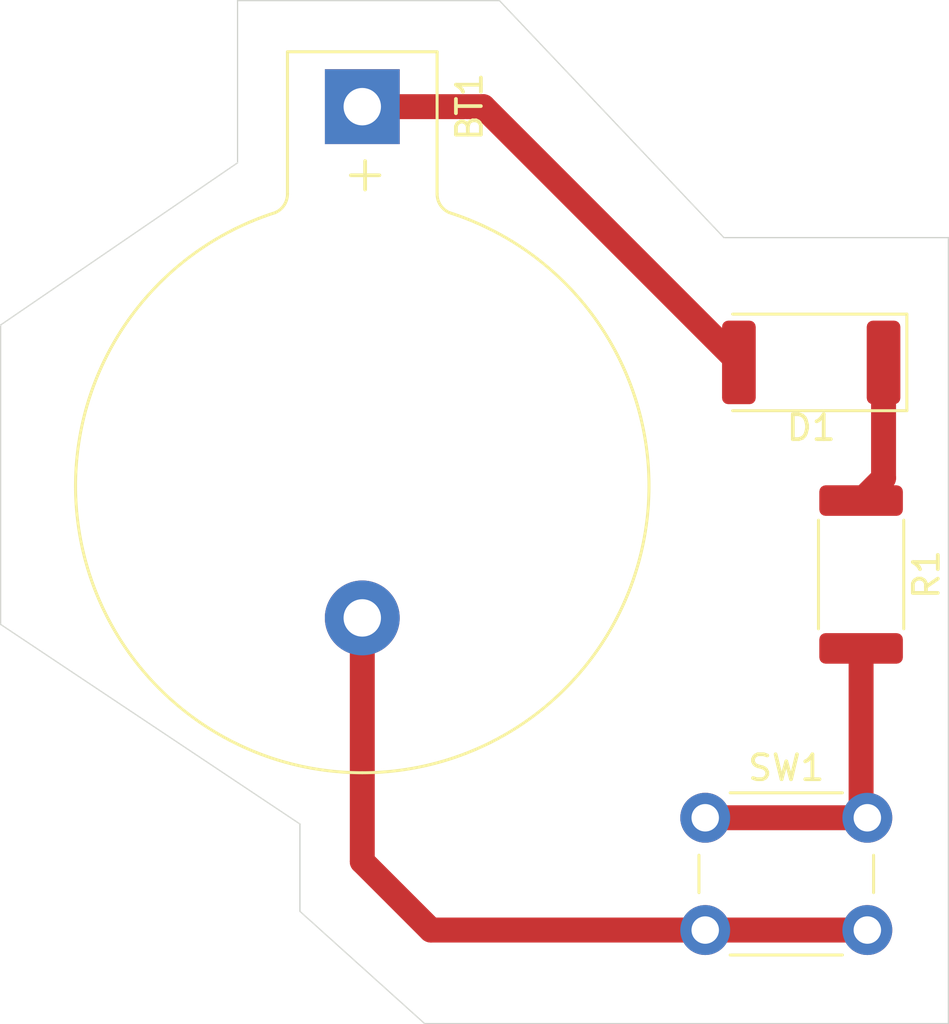
<source format=kicad_pcb>
(kicad_pcb (version 20240108) (generator "pcbnew") (generator_version "8.0")
  (layers (0 "F.Cu" signal) (31 "B.Cu" signal) (34 "B.Paste" user) (35 "F.Paste" user) (36 "B.SilkS" user "B.Silkscreen") (37 "F.SilkS" user "F.Silkscreen") (38 "B.Mask" user) (39 "F.Mask" user) (44 "Edge.Cuts" user))
  (net 0 "")
  (net 1 "GND")
  (net 2 "Net-(BT1-+)")
  (net 3 "Net-(D1-K)")
  (net 4 "Net-(SW1-A)")
  (footprint "Button_Switch_THT:SW_PUSH_6mm" (layer "F.Cu") (at 137.75 101.75)
    (property "Reference" "SW1" (at 3.25 -2 0) (layer "F.SilkS"))
    (property "Value" "SW_SPST")
    (fp_line (start -0.25 1.5) (end -0.25 3) (stroke (width 0.12)) (layer "F.SilkS"))
    (fp_line (start 1 5.5) (end 5.5 5.5) (stroke (width 0.12)) (layer "F.SilkS"))
    (fp_line (start 5.5 -1) (end 1 -1) (stroke (width 0.12)) (layer "F.SilkS"))
    (fp_line (start 6.75 3) (end 6.75 1.5) (stroke (width 0.12)) (layer "F.SilkS"))
    (pad "1" thru_hole circle (at 0 0 90) (size 2 2) (drill 1.1) (layers "*.Cu" "*.Mask") (net 4 "Net-(SW1-A)"))
    (pad "1" thru_hole circle (at 6.5 0 90) (size 2 2) (drill 1.1) (layers "*.Cu" "*.Mask") (net 4 "Net-(SW1-A)"))
    (pad "2" thru_hole circle (at 0 4.5 90) (size 2 2) (drill 1.1) (layers "*.Cu" "*.Mask") (net 1 "GND"))
    (pad "2" thru_hole circle (at 6.5 4.5 90) (size 2 2) (drill 1.1) (layers "*.Cu" "*.Mask") (net 1 "GND"))
  )
  (footprint "Battery:BatteryHolder_Keystone_103_1x20mm" (layer "F.Cu") (at 124.000001 73.25 -90)
    (property "Reference" "BT1" (at 0 -4.3 90) (layer "F.SilkS"))
    (property "Value" "Battery_Cell")
    (fp_line (start -2.2 3) (end 3.5 3) (stroke (width 0.12)) (layer "F.SilkS"))
    (fp_line (start -2.2 3) (end -2.2 -3) (stroke (width 0.12)) (layer "F.SilkS"))
    (fp_line (start -2.2 -3) (end 3.5 -3) (stroke (width 0.12)) (layer "F.SilkS"))
    (fp_arc (start 3.5 3) (mid 3.950694 3.136459) (end 4.25 3.5) (stroke (width 0.12)) (layer "F.SilkS"))
    (fp_arc (start 26.695671 0) (mid 16.971103 11.358466) (end 4.25 3.5) (stroke (width 0.12)) (layer "F.SilkS"))
    (fp_arc (start 4.25 -3.5) (mid 16.971103 -11.358466) (end 26.695671 0) (stroke (width 0.12)) (layer "F.SilkS"))
    (fp_arc (start 4.25 -3.5) (mid 3.950694 -3.136459) (end 3.5 -3) (stroke (width 0.12)) (layer "F.SilkS"))
    (fp_text user "+" (at 2.75 0 90) (layer "F.SilkS") (effects (font (size 1.5 1.5))))
    (pad "1" thru_hole rect (at 0 0 270) (size 3 3) (drill 1.5) (layers "*.Cu" "*.Mask") (net 2 "Net-(BT1-+)"))
    (pad "2" thru_hole circle (at 20.49 0 270) (size 3 3) (drill 1.5) (layers "*.Cu" "*.Mask") (net 1 "GND"))
  )
  (footprint "Resistor_SMD:R_2512_6332Metric" (layer "F.Cu") (at 144 92 -90)
    (property "Reference" "R1" (at 0 -2.62 90) (layer "F.SilkS"))
    (property "Value" "R_US")
    (fp_line (start -2.177064 1.71) (end 2.177064 1.71) (stroke (width 0.12)) (layer "F.SilkS"))
    (fp_line (start -2.177064 -1.71) (end 2.177064 -1.71) (stroke (width 0.12)) (layer "F.SilkS"))
    (pad "1" smd roundrect (at -2.9625 0 270) (size 1.225 3.35) (layers "F.Cu" "F.Paste" "F.Mask") (roundrect_rratio 0.204082) (net 3 "Net-(D1-K)"))
    (pad "2" smd roundrect (at 2.9625 0 270) (size 1.225 3.35) (layers "F.Cu" "F.Paste" "F.Mask") (roundrect_rratio 0.204082) (net 4 "Net-(SW1-A)"))
  )
  (footprint "LED_SMD:LED_2512_6332Metric" (layer "F.Cu") (at 142 83.5 180)
    (property "Reference" "D1" (at 0 -2.62 360) (layer "F.SilkS"))
    (property "Value" "LED")
    (fp_line (start 3.15 -1.935) (end -3.835 -1.935) (stroke (width 0.12)) (layer "F.SilkS"))
    (fp_line (start -3.835 1.935) (end 3.15 1.935) (stroke (width 0.12)) (layer "F.SilkS"))
    (fp_line (start -3.835 -1.935) (end -3.835 1.935) (stroke (width 0.12)) (layer "F.SilkS"))
    (pad "1" smd roundrect (at -2.9 0 180) (size 1.35 3.35) (layers "F.Cu" "F.Paste" "F.Mask") (roundrect_rratio 0.185185) (net 3 "Net-(D1-K)"))
    (pad "2" smd roundrect (at 2.9 0 180) (size 1.35 3.35) (layers "F.Cu" "F.Paste" "F.Mask") (roundrect_rratio 0.185185) (net 2 "Net-(BT1-+)"))
  )
  (gr_line (start 109.5 82) (end 119 75.5) (stroke (width 0.05)) (layer "Edge.Cuts"))
  (gr_line (start 121.5 105.5) (end 121.5 102) (stroke (width 0.05)) (layer "Edge.Cuts"))
  (gr_line (start 138.5 78.5) (end 147.5 78.5) (stroke (width 0.05)) (layer "Edge.Cuts"))
  (gr_line (start 119 69) (end 129.5 69) (stroke (width 0.05)) (layer "Edge.Cuts"))
  (gr_line (start 126.5 110) (end 121.5 105.5) (stroke (width 0.05)) (layer "Edge.Cuts"))
  (gr_line (start 147.5 78.5) (end 147.5 110) (stroke (width 0.05)) (layer "Edge.Cuts"))
  (gr_line (start 119 75.5) (end 119 69) (stroke (width 0.05)) (layer "Edge.Cuts"))
  (gr_line (start 129.5 69) (end 138.5 78.5) (stroke (width 0.05)) (layer "Edge.Cuts"))
  (gr_line (start 147.5 110) (end 126.5 110) (stroke (width 0.05)) (layer "Edge.Cuts"))
  (gr_line (start 121.5 102) (end 109.5 94) (stroke (width 0.05)) (layer "Edge.Cuts"))
  (gr_line (start 109.5 94) (end 109.5 82) (stroke (width 0.05)) (layer "Edge.Cuts"))
  (segment (start 124.000001 93.74) (end 124.000001 103.499999) (width 1) (layer "F.Cu") (net 1))
  (segment (start 124 103.5) (end 126.75 106.25) (width 1) (layer "F.Cu") (net 1))
  (segment (start 126.75 106.25) (end 137.75 106.25) (width 1) (layer "F.Cu") (net 1))
  (segment (start 124.000001 103.499999) (end 124 103.5) (width 1) (layer "F.Cu") (net 1))
  (segment (start 137.75 106.25) (end 144.25 106.25) (width 1) (layer "F.Cu") (net 1))
  (segment (start 124.000001 73.25) (end 128.85 73.25) (width 1) (layer "F.Cu") (net 2))
  (segment (start 128.85 73.25) (end 139.1 83.5) (width 1) (layer "F.Cu") (net 2))
  (segment (start 144.9 83.5) (end 144.9 88.1375) (width 1) (layer "F.Cu") (net 3))
  (segment (start 144.9 88.1375) (end 144 89.0375) (width 1) (layer "F.Cu") (net 3))
  (segment (start 144 94.9625) (end 144 101.5) (width 1) (layer "F.Cu") (net 4))
  (segment (start 137.75 101.75) (end 144.25 101.75) (width 1) (layer "F.Cu") (net 4))
  (segment (start 144 101.5) (end 144.25 101.75) (width 1) (layer "F.Cu") (net 4))
)
</source>
